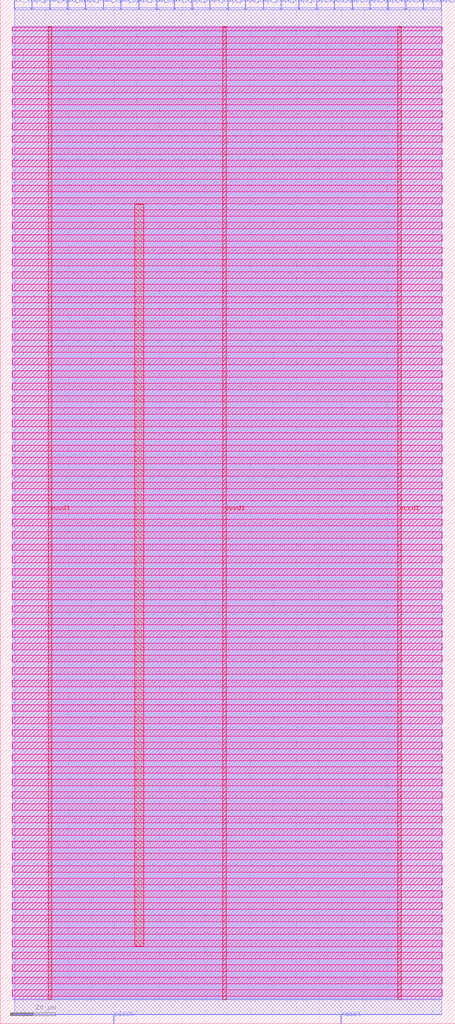
<source format=lef>
VERSION 5.7 ;
  NOWIREEXTENSIONATPIN ON ;
  DIVIDERCHAR "/" ;
  BUSBITCHARS "[]" ;
MACRO oto_pilot
  CLASS BLOCK ;
  FOREIGN oto_pilot ;
  ORIGIN 0.000 0.000 ;
  SIZE 200.000 BY 450.000 ;
  PIN clock
    DIRECTION INPUT ;
    USE SIGNAL ;
    PORT
      LAYER met2 ;
        RECT 49.770 0.000 50.050 4.000 ;
    END
  END clock
  PIN io_in[0]
    DIRECTION INPUT ;
    USE SIGNAL ;
    PORT
      LAYER met2 ;
        RECT 6.070 446.000 6.350 450.000 ;
    END
  END io_in[0]
  PIN io_in[10]
    DIRECTION INPUT ;
    USE SIGNAL ;
    PORT
      LAYER met2 ;
        RECT 131.190 446.000 131.470 450.000 ;
    END
  END io_in[10]
  PIN io_in[11]
    DIRECTION INPUT ;
    USE SIGNAL ;
    PORT
      LAYER met2 ;
        RECT 139.010 446.000 139.290 450.000 ;
    END
  END io_in[11]
  PIN io_in[12]
    DIRECTION INPUT ;
    USE SIGNAL ;
    PORT
      LAYER met2 ;
        RECT 146.830 446.000 147.110 450.000 ;
    END
  END io_in[12]
  PIN io_in[13]
    DIRECTION INPUT ;
    USE SIGNAL ;
    PORT
      LAYER met2 ;
        RECT 154.650 446.000 154.930 450.000 ;
    END
  END io_in[13]
  PIN io_in[14]
    DIRECTION INPUT ;
    USE SIGNAL ;
    PORT
      LAYER met2 ;
        RECT 162.470 446.000 162.750 450.000 ;
    END
  END io_in[14]
  PIN io_in[15]
    DIRECTION INPUT ;
    USE SIGNAL ;
    PORT
      LAYER met2 ;
        RECT 170.290 446.000 170.570 450.000 ;
    END
  END io_in[15]
  PIN io_in[16]
    DIRECTION INPUT ;
    USE SIGNAL ;
    PORT
      LAYER met2 ;
        RECT 178.110 446.000 178.390 450.000 ;
    END
  END io_in[16]
  PIN io_in[17]
    DIRECTION INPUT ;
    USE SIGNAL ;
    PORT
      LAYER met2 ;
        RECT 185.930 446.000 186.210 450.000 ;
    END
  END io_in[17]
  PIN io_in[18]
    DIRECTION INPUT ;
    USE SIGNAL ;
    PORT
      LAYER met2 ;
        RECT 193.750 446.000 194.030 450.000 ;
    END
  END io_in[18]
  PIN io_in[1]
    DIRECTION INPUT ;
    USE SIGNAL ;
    PORT
      LAYER met2 ;
        RECT 29.530 446.000 29.810 450.000 ;
    END
  END io_in[1]
  PIN io_in[2]
    DIRECTION INPUT ;
    USE SIGNAL ;
    PORT
      LAYER met2 ;
        RECT 52.990 446.000 53.270 450.000 ;
    END
  END io_in[2]
  PIN io_in[3]
    DIRECTION INPUT ;
    USE SIGNAL ;
    PORT
      LAYER met2 ;
        RECT 76.450 446.000 76.730 450.000 ;
    END
  END io_in[3]
  PIN io_in[4]
    DIRECTION INPUT ;
    USE SIGNAL ;
    PORT
      LAYER met2 ;
        RECT 84.270 446.000 84.550 450.000 ;
    END
  END io_in[4]
  PIN io_in[5]
    DIRECTION INPUT ;
    USE SIGNAL ;
    PORT
      LAYER met2 ;
        RECT 92.090 446.000 92.370 450.000 ;
    END
  END io_in[5]
  PIN io_in[6]
    DIRECTION INPUT ;
    USE SIGNAL ;
    PORT
      LAYER met2 ;
        RECT 99.910 446.000 100.190 450.000 ;
    END
  END io_in[6]
  PIN io_in[7]
    DIRECTION INPUT ;
    USE SIGNAL ;
    PORT
      LAYER met2 ;
        RECT 107.730 446.000 108.010 450.000 ;
    END
  END io_in[7]
  PIN io_in[8]
    DIRECTION INPUT ;
    USE SIGNAL ;
    PORT
      LAYER met2 ;
        RECT 115.550 446.000 115.830 450.000 ;
    END
  END io_in[8]
  PIN io_in[9]
    DIRECTION INPUT ;
    USE SIGNAL ;
    PORT
      LAYER met2 ;
        RECT 123.370 446.000 123.650 450.000 ;
    END
  END io_in[9]
  PIN io_oeb[0]
    DIRECTION OUTPUT TRISTATE ;
    USE SIGNAL ;
    PORT
      LAYER met2 ;
        RECT 13.890 446.000 14.170 450.000 ;
    END
  END io_oeb[0]
  PIN io_oeb[1]
    DIRECTION OUTPUT TRISTATE ;
    USE SIGNAL ;
    PORT
      LAYER met2 ;
        RECT 37.350 446.000 37.630 450.000 ;
    END
  END io_oeb[1]
  PIN io_oeb[2]
    DIRECTION OUTPUT TRISTATE ;
    USE SIGNAL ;
    PORT
      LAYER met2 ;
        RECT 60.810 446.000 61.090 450.000 ;
    END
  END io_oeb[2]
  PIN io_out[0]
    DIRECTION OUTPUT TRISTATE ;
    USE SIGNAL ;
    PORT
      LAYER met2 ;
        RECT 21.710 446.000 21.990 450.000 ;
    END
  END io_out[0]
  PIN io_out[1]
    DIRECTION OUTPUT TRISTATE ;
    USE SIGNAL ;
    PORT
      LAYER met2 ;
        RECT 45.170 446.000 45.450 450.000 ;
    END
  END io_out[1]
  PIN io_out[2]
    DIRECTION OUTPUT TRISTATE ;
    USE SIGNAL ;
    PORT
      LAYER met2 ;
        RECT 68.630 446.000 68.910 450.000 ;
    END
  END io_out[2]
  PIN reset
    DIRECTION INPUT ;
    USE SIGNAL ;
    PORT
      LAYER met2 ;
        RECT 149.590 0.000 149.870 4.000 ;
    END
  END reset
  PIN vccd1
    DIRECTION INOUT ;
    USE POWER ;
    PORT
      LAYER met4 ;
        RECT 21.040 10.640 22.640 438.160 ;
    END
    PORT
      LAYER met4 ;
        RECT 174.640 10.640 176.240 438.160 ;
    END
  END vccd1
  PIN vssd1
    DIRECTION INOUT ;
    USE GROUND ;
    PORT
      LAYER met4 ;
        RECT 97.840 10.640 99.440 438.160 ;
    END
  END vssd1
  OBS
      LAYER nwell ;
        RECT 5.330 436.505 194.310 438.110 ;
        RECT 5.330 431.065 194.310 433.895 ;
        RECT 5.330 425.625 194.310 428.455 ;
        RECT 5.330 420.185 194.310 423.015 ;
        RECT 5.330 414.745 194.310 417.575 ;
        RECT 5.330 409.305 194.310 412.135 ;
        RECT 5.330 403.865 194.310 406.695 ;
        RECT 5.330 398.425 194.310 401.255 ;
        RECT 5.330 392.985 194.310 395.815 ;
        RECT 5.330 387.545 194.310 390.375 ;
        RECT 5.330 382.105 194.310 384.935 ;
        RECT 5.330 376.665 194.310 379.495 ;
        RECT 5.330 371.225 194.310 374.055 ;
        RECT 5.330 365.785 194.310 368.615 ;
        RECT 5.330 360.345 194.310 363.175 ;
        RECT 5.330 354.905 194.310 357.735 ;
        RECT 5.330 349.465 194.310 352.295 ;
        RECT 5.330 344.025 194.310 346.855 ;
        RECT 5.330 338.585 194.310 341.415 ;
        RECT 5.330 333.145 194.310 335.975 ;
        RECT 5.330 327.705 194.310 330.535 ;
        RECT 5.330 322.265 194.310 325.095 ;
        RECT 5.330 316.825 194.310 319.655 ;
        RECT 5.330 311.385 194.310 314.215 ;
        RECT 5.330 305.945 194.310 308.775 ;
        RECT 5.330 300.505 194.310 303.335 ;
        RECT 5.330 295.065 194.310 297.895 ;
        RECT 5.330 289.625 194.310 292.455 ;
        RECT 5.330 284.185 194.310 287.015 ;
        RECT 5.330 278.745 194.310 281.575 ;
        RECT 5.330 273.305 194.310 276.135 ;
        RECT 5.330 267.865 194.310 270.695 ;
        RECT 5.330 262.425 194.310 265.255 ;
        RECT 5.330 256.985 194.310 259.815 ;
        RECT 5.330 251.545 194.310 254.375 ;
        RECT 5.330 246.105 194.310 248.935 ;
        RECT 5.330 240.665 194.310 243.495 ;
        RECT 5.330 235.225 194.310 238.055 ;
        RECT 5.330 229.785 194.310 232.615 ;
        RECT 5.330 224.345 194.310 227.175 ;
        RECT 5.330 218.905 194.310 221.735 ;
        RECT 5.330 213.465 194.310 216.295 ;
        RECT 5.330 208.025 194.310 210.855 ;
        RECT 5.330 202.585 194.310 205.415 ;
        RECT 5.330 197.145 194.310 199.975 ;
        RECT 5.330 191.705 194.310 194.535 ;
        RECT 5.330 186.265 194.310 189.095 ;
        RECT 5.330 180.825 194.310 183.655 ;
        RECT 5.330 175.385 194.310 178.215 ;
        RECT 5.330 169.945 194.310 172.775 ;
        RECT 5.330 164.505 194.310 167.335 ;
        RECT 5.330 159.065 194.310 161.895 ;
        RECT 5.330 153.625 194.310 156.455 ;
        RECT 5.330 148.185 194.310 151.015 ;
        RECT 5.330 142.745 194.310 145.575 ;
        RECT 5.330 137.305 194.310 140.135 ;
        RECT 5.330 131.865 194.310 134.695 ;
        RECT 5.330 126.425 194.310 129.255 ;
        RECT 5.330 120.985 194.310 123.815 ;
        RECT 5.330 115.545 194.310 118.375 ;
        RECT 5.330 110.105 194.310 112.935 ;
        RECT 5.330 104.665 194.310 107.495 ;
        RECT 5.330 99.225 194.310 102.055 ;
        RECT 5.330 93.785 194.310 96.615 ;
        RECT 5.330 88.345 194.310 91.175 ;
        RECT 5.330 82.905 194.310 85.735 ;
        RECT 5.330 77.465 194.310 80.295 ;
        RECT 5.330 72.025 194.310 74.855 ;
        RECT 5.330 66.585 194.310 69.415 ;
        RECT 5.330 61.145 194.310 63.975 ;
        RECT 5.330 55.705 194.310 58.535 ;
        RECT 5.330 50.265 194.310 53.095 ;
        RECT 5.330 44.825 194.310 47.655 ;
        RECT 5.330 39.385 194.310 42.215 ;
        RECT 5.330 33.945 194.310 36.775 ;
        RECT 5.330 28.505 194.310 31.335 ;
        RECT 5.330 23.065 194.310 25.895 ;
        RECT 5.330 17.625 194.310 20.455 ;
        RECT 5.330 12.185 194.310 15.015 ;
      LAYER li1 ;
        RECT 5.520 10.795 194.120 438.005 ;
      LAYER met1 ;
        RECT 5.520 10.640 194.120 438.560 ;
      LAYER met2 ;
        RECT 6.630 445.720 13.610 446.490 ;
        RECT 14.450 445.720 21.430 446.490 ;
        RECT 22.270 445.720 29.250 446.490 ;
        RECT 30.090 445.720 37.070 446.490 ;
        RECT 37.910 445.720 44.890 446.490 ;
        RECT 45.730 445.720 52.710 446.490 ;
        RECT 53.550 445.720 60.530 446.490 ;
        RECT 61.370 445.720 68.350 446.490 ;
        RECT 69.190 445.720 76.170 446.490 ;
        RECT 77.010 445.720 83.990 446.490 ;
        RECT 84.830 445.720 91.810 446.490 ;
        RECT 92.650 445.720 99.630 446.490 ;
        RECT 100.470 445.720 107.450 446.490 ;
        RECT 108.290 445.720 115.270 446.490 ;
        RECT 116.110 445.720 123.090 446.490 ;
        RECT 123.930 445.720 130.910 446.490 ;
        RECT 131.750 445.720 138.730 446.490 ;
        RECT 139.570 445.720 146.550 446.490 ;
        RECT 147.390 445.720 154.370 446.490 ;
        RECT 155.210 445.720 162.190 446.490 ;
        RECT 163.030 445.720 170.010 446.490 ;
        RECT 170.850 445.720 177.830 446.490 ;
        RECT 178.670 445.720 185.650 446.490 ;
        RECT 186.490 445.720 193.470 446.490 ;
        RECT 6.350 4.280 194.020 445.720 ;
        RECT 6.350 4.000 49.490 4.280 ;
        RECT 50.330 4.000 149.310 4.280 ;
        RECT 150.150 4.000 194.020 4.280 ;
      LAYER met3 ;
        RECT 21.050 10.715 176.230 438.085 ;
      LAYER met4 ;
        RECT 59.175 34.175 63.185 360.225 ;
  END
END oto_pilot
END LIBRARY


</source>
